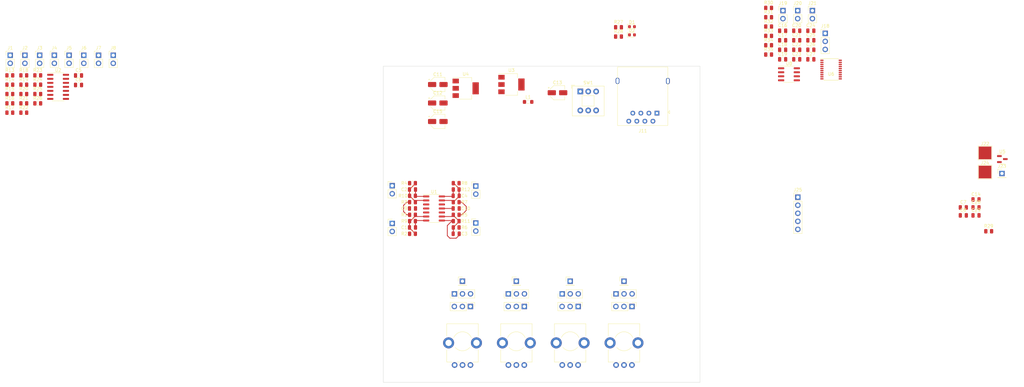
<source format=kicad_pcb>
(kicad_pcb (version 20221018) (generator pcbnew)
  (layers (0 "F.Cu" signal) (31 "B.Cu" signal) (34 "B.Paste" user) (35 "F.Paste" user) (36 "B.SilkS" user "B.Silkscreen") (37 "F.SilkS" user "F.Silkscreen") (38 "B.Mask" user) (39 "F.Mask" user) (44 "Edge.Cuts" user))
  (net 0 "")
  (net 1 "/Audio_Scaled1")
  (net 2 "Net-(U1B--)")
  (net 3 "/Audio_Scaled2")
  (net 4 "Net-(U1A--)")
  (net 5 "/CV_Scaled1")
  (net 6 "Net-(U1C--)")
  (net 7 "/CV_Scaled2")
  (net 8 "Net-(U1D--)")
  (net 9 "Net-(U2A-+)")
  (net 10 "/Audio_In1")
  (net 11 "Net-(U2B-+)")
  (net 12 "/Audio_In2")
  (net 13 "GND")
  (net 14 "+12V")
  (net 15 "-12V")
  (net 16 "+3V3")
  (net 17 "+5V")
  (net 18 "/AREF_-5")
  (net 19 "Net-(D1-A)")
  (net 20 "Net-(D2-K)")
  (net 21 "/Audio_Out1")
  (net 22 "/Audio_Out2")
  (net 23 "/CV1_In")
  (net 24 "/CV2_In")
  (net 25 "/CV1_Out")
  (net 26 "/CV2_Out")
  (net 27 "Net-(J9-Pin_2)")
  (net 28 "Net-(J10-Pin_2)")
  (net 29 "/Interconnect1")
  (net 30 "/Interconnect2")
  (net 31 "/Interconnect3")
  (net 32 "/Interconnect4_GATE")
  (net 33 "/Interconnect5_CV")
  (net 34 "/-12V_IN")
  (net 35 "/+12V_IN")
  (net 36 "Net-(J12-Pin_2)")
  (net 37 "Net-(J13-Pin_2)")
  (net 38 "Net-(J14-Pin_2)")
  (net 39 "Net-(J15-Pin_2)")
  (net 40 "Net-(J16-Pin_2)")
  (net 41 "Net-(J17-Pin_2)")
  (net 42 "/DAC_LRCLK")
  (net 43 "/DAC_DATA")
  (net 44 "/DAC_BCLK")
  (net 45 "/DAC_OUT_L")
  (net 46 "/DAC_OUT_R")
  (net 47 "/DAC_OUT_AMP_L")
  (net 48 "/DAC_OUT_AMP_R")
  (net 49 "+3.3VA")
  (net 50 "/-5V_REF")
  (net 51 "/CV_In1")
  (net 52 "/CV_In2")
  (net 53 "Net-(U2C--)")
  (net 54 "Net-(U2D--)")
  (net 55 "Net-(U2A--)")
  (net 56 "Net-(U2B--)")
  (net 57 "Net-(R19-Pad1)")
  (net 58 "Net-(R20-Pad1)")
  (net 59 "Net-(R21-Pad1)")
  (net 60 "Net-(R22-Pad1)")
  (net 61 "Net-(U6-CAPP)")
  (net 62 "Net-(U6-CAPM)")
  (net 63 "Net-(U6-VNEG)")
  (net 64 "Net-(U6-LDOO)")
  (net 65 "+VDC")
  (net 66 "Net-(J26-Pin_1)")
  (net 67 "Net-(J27-Pin_1)")
  (net 68 "Net-(J28-Pin_1)")
  (net 69 "Net-(J29-Pin_1)")
  (net 70 "/Audio12V_In1")
  (net 71 "/Audio12V_In2")
  (net 72 "Net-(C24-Pad1)")
  (net 73 "Net-(C25-Pad1)")
  (net 74 "Net-(U8A--)")
  (net 75 "Net-(U8B--)")
  (footprint "Resistor_SMD:R_0805_2012Metric" (layer "F.Cu") (at 73 97)
    (fp_text reference "R5")
    (fp_text value "68k")
  )
  (footprint "Capacitor_SMD:C_0805_2012Metric" (layer "F.Cu") (at 185 38.805)
    (fp_text reference "C24")
    (fp_text value "1nF")
  )
  (footprint "MountingHole:MountingHole_3.2mm_M3" (layer "F.Cu") (at 53.6 53.6)
    (fp_text reference "H1" hide)
    (fp_text value "MountingHole")
  )
  (footprint "Connector_PinHeader_2.54mm:PinHeader_1x01_P2.54mm_Vertical" (layer "F.Cu") (at 245.365 83.93)
    (fp_text reference "J23")
    (fp_text value "Voltmeter_Positive")
  )
  (footprint "MountingHole:MountingHole_3.2mm_M3" (layer "F.Cu") (at 53.8 146.35)
    (fp_text reference "H3" hide)
    (fp_text value "MountingHole")
  )
  (footprint "Resistor_SMD:R_0805_2012Metric" (layer "F.Cu") (at -67.97 55.86)
    (fp_text reference "R14")
    (fp_text value "3k3")
  )
  (footprint "MountingHole:MountingHole_3.2mm_M3" (layer "F.Cu") (at 146.4 146.4)
    (fp_text reference "H4" hide)
    (fp_text value "MountingHole")
  )
  (footprint "Connector_PinHeader_2.54mm:PinHeader_1x01_P2.54mm_Vertical" (layer "F.Cu") (at 74.975 118)
    (fp_text reference "J26" hide)
    (fp_text value "Pot1")
  )
  (footprint "Package_SO:SOIC-14_3.9x8.7mm_P1.27mm" (layer "F.Cu") (at 66 95)
    (fp_text reference "U1")
    (fp_text value "MCP6004")
  )
  (footprint "Connector_PinHeader_2.54mm:PinHeader_1x02_P2.54mm_Vertical" (layer "F.Cu") (at -58.55 46.56)
    (fp_text reference "J3")
    (fp_text value "Audio_Amplified")
  )
  (footprint "Capacitor_SMD:CP_Elec_4x5.8" (layer "F.Cu") (at 67.2 55.8)
    (fp_text reference "C11")
    (fp_text value "22uF")
  )
  (footprint "Capacitor_SMD:C_0805_2012Metric" (layer "F.Cu") (at 185 41.815)
    (fp_text reference "C25")
    (fp_text value "1nF")
  )
  (footprint "Capacitor_SMD:C_0805_2012Metric" (layer "F.Cu") (at 237.165 97.18)
    (fp_text reference "C29")
    (fp_text value "1uF")
  )
  (footprint "Capacitor_SMD:C_0805_2012Metric" (layer "F.Cu") (at 233.155 97.18)
    (fp_text reference "C8")
    (fp_text value "1uF")
  )
  (footprint "LED_SMD:LED_0603_1608Metric" (layer "F.Cu") (at 128.5125 37.51)
    (fp_text reference "D1")
    (fp_text value "LED_Small")
  )
  (footprint "Connector_PinHeader_2.54mm:PinHeader_1x01_P2.54mm_Vertical" (layer "F.Cu") (at 126 118)
    (fp_text reference "J29" hide)
    (fp_text value "Pot4")
  )
  (footprint "Capacitor_SMD:C_0805_2012Metric" (layer "F.Cu") (at 59.2 95)
    (fp_text reference "C9")
    (fp_text value "1uF")
  )
  (footprint "Capacitor_SMD:C_0805_2012Metric" (layer "F.Cu") (at 180.55 44.825)
    (fp_text reference "C22")
    (fp_text value "10uF")
  )
  (footprint "Resistor_SMD:R_0805_2012Metric" (layer "F.Cu") (at 73 99)
    (fp_text reference "R11")
    (fp_text value "47k")
  )
  (footprint "Resistor_SMD:R_0805_2012Metric" (layer "F.Cu") (at -63.56 55.86)
    (fp_text reference "R19")
    (fp_text value "4k7")
  )
  (footprint "Connector_PinHeader_2.54mm:PinHeader_1x02_P2.54mm_Vertical" (layer "F.Cu") (at 185.5 32.425)
    (fp_text reference "J21")
    (fp_text value "DAC_Amplified")
  )
  (footprint "Capacitor_SMD:CP_Elec_4x5.8" (layer "F.Cu") (at 67.2 67.5)
    (fp_text reference "C15")
    (fp_text value "22uF")
  )
  (footprint "Resistor_SMD:R_0805_2012Metric" (layer "F.Cu") (at 73 101)
    (fp_text reference "R6")
    (fp_text value "100k")
  )
  (footprint "Connector_PinHeader_2.54mm:PinHeader_1x03_P2.54mm_Vertical" (layer "F.Cu") (at 128.525 126 -90)
    (fp_text reference "J17" hide)
    (fp_text value "Jumper")
  )
  (footprint "Resistor_SMD:R_0805_2012Metric" (layer "F.Cu") (at -59.15 58.81)
    (fp_text reference "R25")
    (fp_text value "1k")
  )
  (footprint "Connector_PinHeader_2.54mm:PinHeader_1x03_P2.54mm_Vertical" (layer "F.Cu") (at 111.525 126 -90)
    (fp_text reference "J15" hide)
    (fp_text value "Jumper")
  )
  (footprint "Connector_PinHeader_2.54mm:PinHeader_1x02_P2.54mm_Vertical" (layer "F.Cu") (at -53.9 46.56)
    (fp_text reference "J4")
    (fp_text value "Audio_Amplified")
  )
  (footprint "Resistor_SMD:R_0805_2012Metric" (layer "F.Cu") (at 171.67 34.525)
    (fp_text reference "R31")
    (fp_text value "2k2")
  )
  (footprint "Resistor_SMD:R_0805_2012Metric" (layer "F.Cu") (at -67.97 64.71)
    (fp_text reference "R17")
    (fp_text value "2k7")
  )
  (footprint "Capacitor_SMD:C_0805_2012Metric" (layer "F.Cu") (at 59.2 101 180)
    (fp_text reference "C1")
    (fp_text value "1nF")
  )
  (footprint "Capacitor_SMD:C_0805_2012Metric" (layer "F.Cu") (at 73 103 180)
    (fp_text reference "C3")
    (fp_text value "1nF")
  )
  (footprint "Connector_PinHeader_2.54mm:PinHeader_1x05_P2.54mm_Vertical" (layer "F.Cu") (at 180.9 91.44)
    (fp_text reference "J25")
    (fp_text value "Conn_01x05_Pin")
  )
  (footprint "Capacitor_SMD:C_0805_2012Metric" (layer "F.Cu") (at 176.1 38.805)
    (fp_text reference "C16")
    (fp_text value "100nF")
  )
  (footprint "Package_TO_SOT_SMD:SOT-23" (layer "F.Cu") (at 245.485 79.38)
    (fp_text reference "U5")
    (fp_text value "LM4040DBZ-5")
  )
  (footprint "Custom_Footprints:SSOP-20_4.4x6.5mm_Pitch0.65mm_Round_Pads" (layer "F.Cu") (at 191.4 51.075)
    (fp_text reference "U6")
    (fp_text value "PCM5100APW")
  )
  (footprint "Resistor_SMD:R_0805_2012Metric" (layer "F.Cu") (at -63.56 58.81)
    (fp_text reference "R20")
    (fp_text value "4k7")
  )
  (footprint "Resistor_SMD:R_0805_2012Metric" (layer "F.Cu") (at -59.15 61.76)
    (fp_text reference "R26")
    (fp_text value "1k")
  )
  (footprint "Resistor_SMD:R_0805_2012Metric" (layer "F.Cu") (at 59.2 97 180)
    (fp_text reference "R1")
    (fp_text value "20k")
  )
  (footprint "Connector_PinHeader_2.54mm:PinHeader_1x02_P2.54mm_Vertical" (layer "F.Cu") (at -63.2 46.56)
    (fp_text reference "J2")
    (fp_text value "Audio_In")
  )
  (footprint "Custom_Footprints:Alpha_9mm_Potentiometer_Aligned" (layer "F.Cu") (at 109 137)
    (fp_text reference "RV3" hide)
    (fp_text value "10k")
  )
  (footprint "Capacitor_SMD:C_0805_2012Metric" (layer "F.Cu") (at 180.55 38.805)
    (fp_text reference "C20")
    (fp_text value "2.2uF")
  )
  (footprint "LED_SMD:LED_0603_1608Metric" (layer "F.Cu") (at 128.5125 40.1)
    (fp_text reference "D2")
    (fp_text value "LED_Small")
  )
  (footprint "Custom_Footprints:Alpha_9mm_Potentiometer_Aligned" (layer "F.Cu") (at 92 137)
    (fp_text reference "RV2" hide)
    (fp_text value "10k")
  )
  (footprint "Connector_PinHeader_2.54mm:PinHeader_1x03_P2.54mm_Vertical" (layer "F.Cu") (at 77.5 126 -90)
    (fp_text reference "J10" hide)
    (fp_text value "Jumper")
  )
  (footprint "Connector_PinHeader_2.54mm:PinHeader_1x03_P2.54mm_Vertical" (layer "F.Cu") (at 189.55 39.625)
    (fp_text reference "J18")
    (fp_text value "DAC_I2S")
  )
  (footprint "Capacitor_SMD:C_0805_2012Metric" (layer "F.Cu") (at 185 47.835)
    (fp_text reference "C27")
    (fp_text value "100pF")
  )
  (footprint "Resistor_SMD:R_0805_2012Metric" (layer "F.Cu") (at 171.67 37.475)
    (fp_text reference "R32")
    (fp_text value "10k")
  )
  (footprint "Resistor_SMD:R_0805_2012Metric" (layer "F.Cu") (at -67.97 58.81)
    (fp_text reference "R15")
    (fp_text value "47k")
  )
  (footprint "Resistor_SMD:R_0805_2012Metric" (layer "F.Cu") (at -67.97 52.91)
    (fp_text reference "R13")
    (fp_text value "3k3")
  )
  (footprint "Resistor_SMD:R_0805_2012Metric" (layer "F.Cu") (at 59.2 99 180)
    (fp_text reference "R9")
    (fp_text value "6k8")
  )
  (footprint "Connector_PinHeader_2.54mm:PinHeader_1x03_P2.54mm_Vertical" (layer "F.Cu") (at 89.475 122 90)
    (fp_text reference "J12" hide)
    (fp_text value "Jumper")
  )
  (footprint "Connector_PinHeader_2.54mm:PinHeader_1x02_P2.54mm_Vertical" (layer "F.Cu") (at -35.3 46.56)
    (fp_text reference "J8")
    (fp_text value "CV_Amplified")
  )
  (footprint "Button_Switch_THT:SW_Push_2P2T_Toggle_CK_PVA2OAH5xxxxxxV2" (layer "F.Cu") (at 112.2 58)
    (fp_text reference "SW1")
    (fp_text value "SW_DPST")
  )
  (footprint "Connector_PinHeader_2.54mm:PinHeader_1x03_P2.54mm_Vertical" (layer "F.Cu") (at 106.475 122 90)
    (fp_text reference "J14" hide)
    (fp_text value "Jumper")
  )
  (footprint "Capacitor_SMD:C_0805_2012Metric" (layer "F.Cu") (at 180.55 47.835)
    (fp_text reference "C23")
    (fp_text value "100nF")
  )
  (footprint "Package_SO:SOIC-14_3.9x8.7mm_P1.27mm" (layer "F.Cu") (at -52.72 56.54)
    (fp_text reference "U2")
    (fp_text value "TL074")
  )
  (footprint "Resistor_SMD:R_0805_2012Metric" (layer "F.Cu") (at 73 87)
    (fp_text reference "R8")
    (fp_text value "100k")
  )
  (footprint "Connector_PinHeader_2.54mm:PinHeader_1x02_P2.54mm_Vertical" (layer "F.Cu") (at 176.2 32.425)
    (fp_text reference "J19")
    (fp_text value "DAC_OUT")
  )
  (footprint "Resistor_SMD:R_0805_2012Metric" (layer "F.Cu") (at 73 93)
    (fp_text reference "R7")
    (fp_text value "68k")
  )
  (footprint "Resistor_SMD:R_0805_2012Metric" (layer "F.Cu") (at -59.15 52.91)
    (fp_text reference "R23")
    (fp_text value "1k")
  )
  (footprint "Connector_PinHeader_2.54mm:PinHeader_1x02_P2.54mm_Vertical" (layer "F.Cu") (at 180.85 32.425)
    (fp_text reference "J20")
    (fp_text value "DAC_Amplified")
  )
  (footprint "Resistor_SMD:R_0805_2012Metric" (layer "F.Cu") (at 171.67 40.425)
    (fp_text reference "R33")
    (fp_text value "10k")
  )
  (footprint "Package_SO:SOIC-8_3.9x4.9mm_P1.27mm" (layer "F.Cu") (at 178.1 52.565)
    (fp_text reference "U8")
    (fp_text value "TL072")
  )
  (footprint "Resistor_SMD:R_0805_2012Metric" (layer "F.Cu") (at -67.97 61.76)
    (fp_text reference "R16")
    (fp_text value "47k")
  )
  (footprint "Capacitor_SMD:C_0805_2012Metric" (layer "F.Cu") (at 73 95 180)
    (fp_text reference "C10")
    (fp_text value "1uF")
  )
  (footprint "Capacitor_SMD:C_0805_2012Metric" (layer "F.Cu") (at 185 44.825)
    (fp_text reference "C26")
    (fp_text value "100pF")
  )
  (footprint "Capacitor_SMD:C_0805_2012Metric" (layer "F.Cu") (at -46.27 55.95)
    (fp_text reference "C6")
    (fp_text value "10uF")
  )
  (footprint "Capacitor_SMD:C_0805_2012Metric" (layer "F.Cu") (at 176.1 44.825)
    (fp_text reference "C18")
    (fp_text value "10uF")
  )
  (footprint "Capacitor_SMD:C_0805_2012Metric" (layer "F.Cu") (at 233.155 94.67)
    (fp_text reference "C7")
    (fp_text value "1uF")
  )
  (footprint "Capacitor_SMD:C_0805_2012Metric" (layer "F.Cu") (at 73 91)
    (fp_text reference "C4")
    (fp_text value "1nF")
  )
  (footprint "Capacitor_SMD:CP_Elec_4x5.8" (layer "F.Cu") (at 67.2 61.65)
    (fp_text reference "C12")
    (fp_text value "22uF")
  )
  (footprint "Custom_Footprints:Alpha_9mm_Potentiometer_Aligned" (layer "F.Cu") (at 126 137)
    (fp_text reference "RV4" hide)
    (fp_text value "10k")
  )
  (footprint "Package_TO_SOT_SMD:SOT-223-3_TabPin2" (layer "F.Cu") (at 76 57)
    (fp_text reference "U4")
    (fp_text value "LM1117-5.0")
  )
  (footprint "Capacitor_SMD:C_0805_2012Metric" (layer "F.Cu") (at 176.1 41.815)
    (fp_text reference "C17")
    (fp_text value "100nF")
  )
  (footprint "Resistor_SMD:R_0805_2012Metric" (layer "F.Cu") (at -63.56 52.91)
    (fp_text reference "R18")
    (fp_text value "2k7")
  )
  (footprint "Connector_PinHeader_2.54mm:PinHeader_1x02_P2.54mm_Vertical" (layer "F.Cu") (at 79.2 99.6)
    (fp_text reference "J33" hide)
    (fp_text value "CV_Scaled_Out")
  )
  (footprint "MountingHole:MountingHole_3.2mm_M3" (layer "F.Cu") (at 146.4 53.6)
    (fp_text reference "H2" hide)
    (fp_text value "MountingHole")
  )
  (footprint "Connector_PinHeader_2.54mm:PinHeader_1x02_P2.54mm_Vertical" (layer "F.Cu") (at 52.8 99.725)
    (fp_text reference "J32" hide)
    (fp_text value "Audio_Scaled_Out")
  )
  (footprint "Resistor_SMD:R_0805_2012Metric" (layer "F.Cu") (at 59.2 87 180)
    (fp_text reference "R4")
    (fp_text value "47k")
  )
  (footprint "Connector_PinHeader_2.54mm:PinHeader_1x02_P2.54mm_Vertical" (layer "F.Cu") (at 79.2 87.925)
    (fp_text reference "J30" hide)
    (fp_text value "CV_In")
  )
  (footprint "Resistor_SMD:R_0805_2012Metric" (layer "F.Cu") (at 59.2 103 180)
    (fp_text reference "R2")
    (fp_text value "47k")
  )
  (footprint "Inductor_SMD:L_0805_2012Metric_Pad1.05x1.20mm_HandSolder" (layer "F.Cu") (at 95.72 61.3)
    (fp_text reference "L1")
    (fp_text value "L_Small")
  )
  (footprint "Capacitor_SMD:C_0805_2012Metric" (layer "F.Cu") (at 180.55 41.815)
    (fp_text reference "C21")
    (fp_text value "2.2uF")
  )
  (footprint "Custom_Footprints:RJ45_Amphenol_Style" (layer "F.Cu") (at 136.4 64.85 180)
    (fp_text reference "J11")
    (fp_text value "RJ45" hide)
  )
  (footprint "Capacitor_SMD:C_0805_2012Metric" (layer "F.Cu") (at 237.165 92.16)
    (fp_text reference "C14")
    (fp_text value "100nF")
  )
  (footprint "Connector_PinHeader_2.54mm:PinHeader_1x02_P2.54mm_Vertical" (layer "F.Cu") (at -44.6 46.56)
    (fp_text reference "J6")
    (fp_text value "CV_In")
  )
  (footprint "Capacitor_SMD:C_0805_2012Metric" (layer "F.Cu") (at 59.2 89 180)
    (fp_text reference "C2")
    (fp_text value "1nF")
  )
  (footprint "Resistor_SMD:R_0805_2012Metric" (layer "F.Cu") (at -63.56 61.76)
    (fp_text reference "R21")
    (fp_text value "10k")
  )
  (footprint "Connector_PinHeader_2.54mm:PinHeader_1x02_P2.54mm_Vertical" (layer "F.Cu") (at -67.85 46.56)
    (fp_text reference "J1")
    (fp_text value "Audio_In")
  )
  (footprint "Connector_PinHeader_2.54mm:PinHeader_1x02_P2.54mm_Vertical" (layer "F.Cu") (at -39.95 46.56)
    (fp_text reference "J7")
    (fp_text value "CV_Amplified")
  )
  (footprint "TestPoint:TestPoint_Pad_4.0x4.0mm" (layer "F.Cu") (at 240.015 83.48)
    (fp_text reference "J24")
    (fp_text value "Voltmeter_Ground")
  )
  (footprint "Resistor_SMD:R_0805_2012Metric" (layer "F.Cu") (at 171.67 43.375)
    (fp_text reference "R34")
    (fp_text value "47k")
  )
  (footprint "Capacitor_SMD:C_0805_2012Metric" (layer "F.Cu") (at 176.1 47.835)
    (fp_text reference "C19")
    (fp_text value "100nF")
  )
  (footprint "Resistor_SMD:R_0805_2012Metric" (layer "F.Cu") (at 73 89)
    (fp_text reference "R12")
    (fp_text value "47k")
  )
  (footprint "Resistor_SMD:R_0805_2012Metric" (layer "F.Cu") (at 59.2 91 180)
    (fp_text reference "R10")
    (fp_text value "6k8")
  )
  (footprint "Resistor_SMD:R_0805_2012Metric" (layer "F.Cu") (at 241.175 102.2)
    (fp_text reference "R29")
    (fp_text value "2.2k")
  )
  (footprint "Connector_PinHeader_2.54mm:PinHeader_1x01_P2.54mm_Vertical" (layer "F.Cu") (at 109 118)
    (fp_text reference "J28" hide)
    (fp_text value "Pot3")
  )
  (footprint "Custom_Footprints:Alpha_9mm_Potentiometer_Aligned" (layer "F.Cu") (at 75 137)
    (fp_text reference "RV1" hide)
    (fp_text value "10k")
  )
  (footprint "Resistor_SMD:R_0805_2012Metric" (layer "F.Cu") (at 171.67 31.575)
    (fp_text reference "R30")
    (fp_text value "2k2")
  )
  (footprint "Resistor_SMD:R_0805_2012Metric" (layer "F.Cu") (at 124.2625 37.69)
    (fp_text reference "R27")
    (fp_text value "5k")
  )
  (footprint "Connector_PinHeader_2.54mm:PinHeader_1x03_P2.54mm_Vertical" (layer "F.Cu") (at 123.475 122 90)
    (fp_text reference "J16" hide)
    (fp_text value "Jumper")
  )
  (footprint "Resistor_SMD:R_0805_2012Metric" (layer "F.Cu") (at -63.56 64.71)
    (fp_text reference "R22")
    (fp_text value "10k")
  )
  (footprint "Capacitor_SMD:CP_Elec_4x5.8" (layer "F.Cu") (at 104.995 58.395)
    (fp_text reference "C13")
    (fp_text value "47uF")
  )
  (footprint "Connector_PinHeader_2.54mm:PinHeader_1x02_P2.54mm_Vertical" (layer "F.Cu") (at 52.8 87.8)
    (fp_text reference "J31" hide)
    (fp_text value "Audio12V_In")
  )
  (footprint "Capacitor_SMD:C_0805_2012Metric" (layer "F.Cu") (at -46.27 52.94)
    (fp_text reference "C5")
    (fp_text value "10uF")
  )
  (footprint "Connector_PinHeader_2.54mm:PinHeader_1x02_P2.54mm_Vertical" (layer "F.Cu") (at -49.25 46.56)
    (fp_text reference "J5")
    (fp_text value "CV_In")
  )
  (footprint "Resistor_SMD:R_0805_2012Metric" (layer "F.Cu") (at 171.67 46.325)
    (fp_text reference "R35")
    (fp_text value "47k")
  )
  (footprint "Resistor_SMD:R_0805_2012Metric" (layer "F.Cu") (at 124.2625 40.64)
    (fp_text reference "R28")
    (fp_text value "5k")
  )
  (footprint "Connector_PinHeader_2.54mm:PinHeader_1x03_P2.54mm_Vertical" (layer "F.Cu") (at 72.45 122 90)
    (fp_text reference "J9" hide)
    (fp_text value "Jumper")
  )
  (footprint "Connector_PinHeader_2.54mm:PinHeader_1x03_P2.54mm_Vertical" (layer "F.Cu") (at 94.525 126 -90)
    (fp_text reference "J13" hide)
    (fp_text value "Jumper")
  )
  (footprint "Capacitor_SMD:C_0805_2012Metric" (layer "F.Cu") (at 237.165 94.67)
    (fp_text reference "C28")
    (fp_text value "1uF")
  )
  (footprint "Resistor_SMD:R_0805_2012Metric" (layer "F.Cu") (at 59.2 93 180)
    (fp_text reference "R3")
    (fp_text value "20k")
  )
  (footprint "Resistor_SMD:R_0805_2012Metric" (layer "F.Cu") (at -59.15 55.86)
    (fp_text reference "R24")
    (fp_text value "1k")
  )
  (footprint "Package_TO_SOT_SMD:SOT-223-3_TabPin2" (layer "F.Cu") (at 90.45 55.8)
    (fp_text reference "U3")
    (fp_text value "LM1117-3.3")
  )
  (footprint "Connector_PinHeader_2.54mm:PinHeader_1x01_P2.54mm_Vertical" (layer "F.Cu") (at 92 118)
    (fp_text reference "J27" hide)
    (fp_text value "Pot2")
  )
  (footprint "TestPoint:TestPoint_Pad_4.0x4.0mm" (layer "F.Cu") (at 240.015 77.43)
    (fp_text reference "J22")
    (fp_text value "Voltmeter_Power")
  )
  (gr_rect (start 50 50) (end 150 150) (stroke (width 0.1)) (fill none) (layer "Edge.Cuts"))
  (segment (start 60.1125 99) (end 60.1125 100.9625) (width 0.25) (layer "F.Cu") (net 1))
  (segment (start 60.1125 100.9625) (end 60.15 101) (width 0.25) (layer "F.Cu") (net 1))
  (segment (start 63.525 98.81) (end 60.5025 98.81) (width 0.25) (layer "F.Cu") (net 1))
  (segment (start 60.5025 98.81) (end 60.1125 99.2) (width 0.25) (layer "F.Cu") (net 1))
  (segment (start 58.25 101) (end 58.25 101.1375) (width 0.25) (layer "F.Cu") (net 2))
  (segment (start 60.1125 97) (end 60.1125 97.375) (width 0.25) (layer "F.Cu") (net 2))
  (segment (start 58.2875 100.9625) (end 58.25 101) (width 0.25) (layer "F.Cu") (net 2))
  (segment (start 58.2875 99) (end 58.2875 100.9625) (width 0.25) (layer "F.Cu") (net 2))
  (segment (start 63.525 97.54) (end 60.6525 97.54) (width 0.25) (layer "F.Cu") (net 2))
  (segment (start 60.1125 97.375) (end 58.2875 99.2) (width 0.25) (layer "F.Cu") (net 2))
  (segment (start 58.25 101.1375) (end 60.1125 103) (width 0.25) (layer "F.Cu") (net 2))
  (segment (start 60.6525 97.54) (end 60.1125 97) (width 0.25) (layer "F.Cu") (net 2))
  (segment (start 60.3025 91.19) (end 60.1125 91) (width 0.25) (layer "F.Cu") (net 3))
  (segment (start 60.15 89) (end 60.15 90.9625) (width 0.25) (layer "F.Cu") (net 3))
  (segment (start 63.525 91.19) (end 60.3025 91.19) (width 0.25) (layer "F.Cu") (net 3))
  (segment (start 60.15 90.9625) (end 60.1125 91) (width 0.25) (layer "F.Cu") (net 3))
  (segment (start 60.6525 92.46) (end 60.1125 93) (width 0.25) (layer "F.Cu") (net 4))
  (segment (start 63.525 92.46) (end 60.6525 92.46) (width 0.25) (layer "F.Cu") (net 4))
  (segment (start 60.1125 93) (end 60.1125 92.825) (width 0.25) (layer "F.Cu") (net 4))
  (segment (start 58.25 89) (end 58.25 90.9625) (width 0.25) (layer "F.Cu") (net 4))
  (segment (start 60.1125 92.825) (end 58.2875 91) (width 0.25) (layer "F.Cu") (net 4))
  (segment (start 58.25 90.9625) (end 58.2875 91) (width 0.25) (layer "F.Cu") (net 4))
  (segment (start 60.1125 87.1375) (end 58.25 89) (width 0.25) (layer "F.Cu") (net 4))
  (segment (start 60.1125 87) (end 60.1125 87.1375) (width 0.25) (layer "F.Cu") (net 4))
  (segment (start 73 104.4) (end 71 104.4) (width 0.25) (layer "F.Cu") (net 5))
  (segment (start 71.6 99) (end 72.0875 99) (width 0.25) (layer "F.Cu") (net 5))
  (segment (start 70.2 103.6) (end 70.2 100.4) (width 0.25) (layer "F.Cu") (net 5))
  (segment (start 73.95 103.45) (end 73 104.4) (width 0.25) (layer "F.Cu") (net 5))
  (segment (start 71 104.4) (end 70.2 103.6) (width 0.25) (layer "F.Cu") (net 5))
  (segment (start 73.95 103) (end 73.95 103.45) (width 0.25) (layer "F.Cu") (net 5))
  (segment (start 70.2 100.4) (end 71.6 99) (width 0.25) (layer "F.Cu") (net 5))
  (segment (start 68.475 98.81) (end 71.8975 98.81) (width 0.25) (layer "F.Cu") (net 5))
  (segment (start 71.8975 98.81) (end 72.0875 99) (width 0.25) (layer "F.Cu") (net 5))
  (segment (start 68.475 97.54) (end 71.5475 97.54) (width 0.25) (layer "F.Cu") (net 6))
  (segment (start 72.0875 102.9625) (end 72.05 103) (width 0.25) (layer "F.Cu") (net 6))
  (segment (start 72.0875 101) (end 72.0875 102.9625) (width 0.25) (layer "F.Cu") (net 6))
  (segment (start 73.9125 99) (end 73.9125 99.175) (width 0.25) (layer "F.Cu") (net 6))
  (segment (start 72.0875 97.175) (end 73.9125 99) (width 0.25) (layer "F.Cu") (net 6))
  (segment (start 72.0875 97) (end 72.0875 97.175) (width 0.25) (layer "F.Cu") (net 6))
  (segment (start 72.0875 100.9625) (end 72.05 101) (width 0.25) (layer "F.Cu") (net 6))
  (segment (start 71.5475 97.54) (end 72.0875 97) (width 0.25) (layer "F.Cu") (net 6))
  (segment (start 73.9125 99.175) (end 72.0875 101) (width 0.25) (layer "F.Cu") (net 6))
  (segment (start 71.86 91.19) (end 72.05 91) (width 0.25) (layer "F.Cu") (net 7))
  (segment (start 72.05 89.0375) (end 72.0875 89) (width 0.25) (layer "F.Cu") (net 7))
  (segment (start 72.05 91) (end 72.05 89.0375) (width 0.25) (layer "F.Cu") (net 7))
  (segment (start 68.475 91.19) (end 71.86 91.19) (width 0.25) (layer "F.Cu") (net 7))
  (segment (start 71.8975 89.19) (end 72.0875 89) (width 0.25) (layer "F.Cu") (net 7))
  (segment (start 73.9125 90.9625) (end 73.95 91) (width 0.25) (layer "F.Cu") (net 8))
  (segment (start 73.9125 89) (end 73.9125 88.7125) (width 0.25) (layer "F.Cu") (net 8))
  (segment (start 72.0875 93) (end 73.95 91.1375) (width 0.25) (layer "F.Cu") (net 8))
  (segment (start 73.95 89.0375) (end 73.9125 89) (width 0.25) (layer "F.Cu") (net 8))
  (segment (start 73.9125 89) (end 73.9125 90.9625) (width 0.25) (layer "F.Cu") (net 8))
  (segment (start 71.5475 92.46) (end 72.0875 93) (width 0.25) (layer "F.Cu") (net 8))
  (segment (start 73.9125 88.7125) (end 72.2 87) (width 0.25) (layer "F.Cu") (net 8))
  (segment (start 73.95 91.1375) (end 73.95 91) (width 0.25) (layer "F.Cu") (net 8))
  (segment (start 72.2 87) (end 72.0875 87) (width 0.25) (layer "F.Cu") (net 8))
  (segment (start 68.475 92.46) (end 71.5475 92.46) (width 0.25) (layer "F.Cu") (net 8))
  (segment (start 68.475 95) (end 72.05 95) (width 0.25) (layer "F.Cu") (net 15))
  (segment (start 76.2 94.4) (end 76.2 95.6) (width 0.25) (layer "F.Cu") (net 50))
  (segment (start 58.2875 93) (end 57.4 93) (width 0.25) (layer "F.Cu") (net 50))
  (segment (start 73.9125 93) (end 74.8 93) (width 0.25) (layer "F.Cu") (net 50))
  (segment (start 74.8 97) (end 73.9125 97) (width 0.25) (layer "F.Cu") (net 50))
  (segment (start 74.8 93) (end 76.2 94.4) (width 0.25) (layer "F.Cu") (net 50))
  (segment (start 57.4 97) (end 58.2875 97) (width 0.25) (layer "F.Cu") (net 50))
  (segment (start 56.4 94) (end 56.4 96) (width 0.25) (layer "F.Cu") (net 50))
  (segment (start 57.4 93) (end 56.4 94) (width 0.25) (layer "F.Cu") (net 50))
  (segment (start 76.2 95.6) (end 74.8 97) (width 0.25) (layer "F.Cu") (net 50))
  (segment (start 56.4 96) (end 57.4 97) (width 0.25) (layer "F.Cu") (net 50))
  (segment (start 73.95 101) (end 73.95 101.1375) (width 0.25) (layer "F.Cu") (net 51))
  (segment (start 73.9125 100.9625) (end 73.95 101) (width 0.25) (layer "F.Cu") (net 51))
)
</source>
